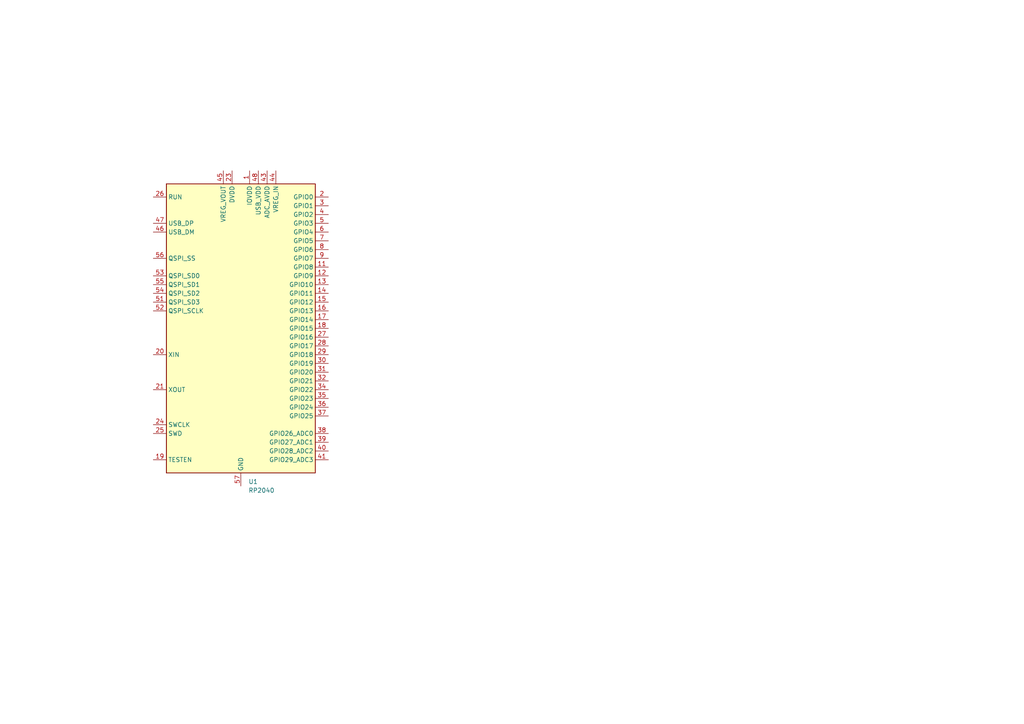
<source format=kicad_sch>
(kicad_sch (version 20231120) (generator "eeschema") (generator_version "8.0")
  (paper "A4")
  (lib_symbols
    (symbol "MCU_RaspberryPi:RP2040"
      (property "Reference" "U" (at 17.78 45.72 0))
      (property "Value" "RP2040" (at 17.78 43.18 0))
      (symbol "RP2040_0_1"
        (rectangle (start -21.59 41.91) (end 21.59 -41.91) (stroke (width 0.254)) (fill (type background)))
      )
      (symbol "RP2040_1_1"
        (pin power_in line (at 2.54 45.72 270) (length 3.81) (name "IOVDD") (number "1"))
        (pin passive line (at 2.54 45.72 270) (length 3.81) hide (name "IOVDD") (number "10"))
        (pin bidirectional line (at 25.4 17.78 180) (length 3.81) (name "GPIO8") (number "11"))
        (pin bidirectional line (at 25.4 15.24 180) (length 3.81) (name "GPIO9") (number "12"))
        (pin bidirectional line (at 25.4 12.7 180) (length 3.81) (name "GPIO10") (number "13"))
        (pin bidirectional line (at 25.4 10.16 180) (length 3.81) (name "GPIO11") (number "14"))
        (pin bidirectional line (at 25.4 7.62 180) (length 3.81) (name "GPIO12") (number "15"))
        (pin bidirectional line (at 25.4 5.08 180) (length 3.81) (name "GPIO13") (number "16"))
        (pin bidirectional line (at 25.4 2.54 180) (length 3.81) (name "GPIO14") (number "17"))
        (pin bidirectional line (at 25.4 0 180) (length 3.81) (name "GPIO15") (number "18"))
        (pin input line (at -25.4 -38.1 0) (length 3.81) (name "TESTEN") (number "19"))
        (pin bidirectional line (at 25.4 38.1 180) (length 3.81) (name "GPIO0") (number "2"))
        (pin input line (at -25.4 -7.62 0) (length 3.81) (name "XIN") (number "20"))
        (pin passive line (at -25.4 -17.78 0) (length 3.81) (name "XOUT") (number "21"))
        (pin passive line (at 2.54 45.72 270) (length 3.81) hide (name "IOVDD") (number "22"))
        (pin power_in line (at -2.54 45.72 270) (length 3.81) (name "DVDD") (number "23"))
        (pin input line (at -25.4 -27.94 0) (length 3.81) (name "SWCLK") (number "24"))
        (pin bidirectional line (at -25.4 -30.48 0) (length 3.81) (name "SWD") (number "25"))
        (pin input line (at -25.4 38.1 0) (length 3.81) (name "RUN") (number "26"))
        (pin bidirectional line (at 25.4 -2.54 180) (length 3.81) (name "GPIO16") (number "27"))
        (pin bidirectional line (at 25.4 -5.08 180) (length 3.81) (name "GPIO17") (number "28"))
        (pin bidirectional line (at 25.4 -7.62 180) (length 3.81) (name "GPIO18") (number "29"))
        (pin bidirectional line (at 25.4 35.56 180) (length 3.81) (name "GPIO1") (number "3"))
        (pin bidirectional line (at 25.4 -10.16 180) (length 3.81) (name "GPIO19") (number "30"))
        (pin bidirectional line (at 25.4 -12.7 180) (length 3.81) (name "GPIO20") (number "31"))
        (pin bidirectional line (at 25.4 -15.24 180) (length 3.81) (name "GPIO21") (number "32"))
        (pin passive line (at 2.54 45.72 270) (length 3.81) hide (name "IOVDD") (number "33"))
        (pin bidirectional line (at 25.4 -17.78 180) (length 3.81) (name "GPIO22") (number "34"))
        (pin bidirectional line (at 25.4 -20.32 180) (length 3.81) (name "GPIO23") (number "35"))
        (pin bidirectional line (at 25.4 -22.86 180) (length 3.81) (name "GPIO24") (number "36"))
        (pin bidirectional line (at 25.4 -25.4 180) (length 3.81) (name "GPIO25") (number "37"))
        (pin bidirectional line (at 25.4 -30.48 180) (length 3.81) (name "GPIO26_ADC0") (number "38"))
        (pin bidirectional line (at 25.4 -33.02 180) (length 3.81) (name "GPIO27_ADC1") (number "39"))
        (pin bidirectional line (at 25.4 33.02 180) (length 3.81) (name "GPIO2") (number "4"))
        (pin bidirectional line (at 25.4 -35.56 180) (length 3.81) (name "GPIO28_ADC2") (number "40"))
        (pin bidirectional line (at 25.4 -38.1 180) (length 3.81) (name "GPIO29_ADC3") (number "41"))
        (pin passive line (at 2.54 45.72 270) (length 3.81) hide (name "IOVDD") (number "42"))
        (pin power_in line (at 7.62 45.72 270) (length 3.81) (name "ADC_AVDD") (number "43"))
        (pin power_in line (at 10.16 45.72 270) (length 3.81) (name "VREG_IN") (number "44"))
        (pin power_out line (at -5.08 45.72 270) (length 3.81) (name "VREG_VOUT") (number "45"))
        (pin bidirectional line (at -25.4 27.94 0) (length 3.81) (name "USB_DM") (number "46"))
        (pin bidirectional line (at -25.4 30.48 0) (length 3.81) (name "USB_DP") (number "47"))
        (pin power_in line (at 5.08 45.72 270) (length 3.81) (name "USB_VDD") (number "48"))
        (pin passive line (at 2.54 45.72 270) (length 3.81) hide (name "IOVDD") (number "49"))
        (pin bidirectional line (at 25.4 30.48 180) (length 3.81) (name "GPIO3") (number "5"))
        (pin passive line (at -2.54 45.72 270) (length 3.81) hide (name "DVDD") (number "50"))
        (pin bidirectional line (at -25.4 7.62 0) (length 3.81) (name "QSPI_SD3") (number "51"))
        (pin output line (at -25.4 5.08 0) (length 3.81) (name "QSPI_SCLK") (number "52"))
        (pin bidirectional line (at -25.4 15.24 0) (length 3.81) (name "QSPI_SD0") (number "53"))
        (pin bidirectional line (at -25.4 10.16 0) (length 3.81) (name "QSPI_SD2") (number "54"))
        (pin bidirectional line (at -25.4 12.7 0) (length 3.81) (name "QSPI_SD1") (number "55"))
        (pin bidirectional line (at -25.4 20.32 0) (length 3.81) (name "QSPI_SS") (number "56"))
        (pin power_in line (at 0 -45.72 90) (length 3.81) (name "GND") (number "57"))
        (pin bidirectional line (at 25.4 27.94 180) (length 3.81) (name "GPIO4") (number "6"))
        (pin bidirectional line (at 25.4 25.4 180) (length 3.81) (name "GPIO5") (number "7"))
        (pin bidirectional line (at 25.4 22.86 180) (length 3.81) (name "GPIO6") (number "8"))
        (pin bidirectional line (at 25.4 20.32 180) (length 3.81) (name "GPIO7") (number "9"))
      )
    )
  )
  (symbol (lib_id "MCU_RaspberryPi:RP2040") (at 69.85 95.25 0) (unit 1)
    (property "Reference" "U1" (at 72.0441 139.7 0) (effects (justify left)))
    (property "Value" "RP2040" (at 72.0441 142.24 0) (effects (justify left)))
    (property "Footprint" "Package_DFN_QFN:QFN-56-1EP_7x7mm_P0.4mm_EP3.2x3.2mm" (effects (hide yes)))
    (property "Datasheet" "https://datasheets.raspberrypi.com/rp2040/rp2040-datasheet.pdf" (effects (hide yes)))
    (property "Description" "A microcontroller by Raspberry Pi" (effects (hide yes)))
  )
)
</source>
